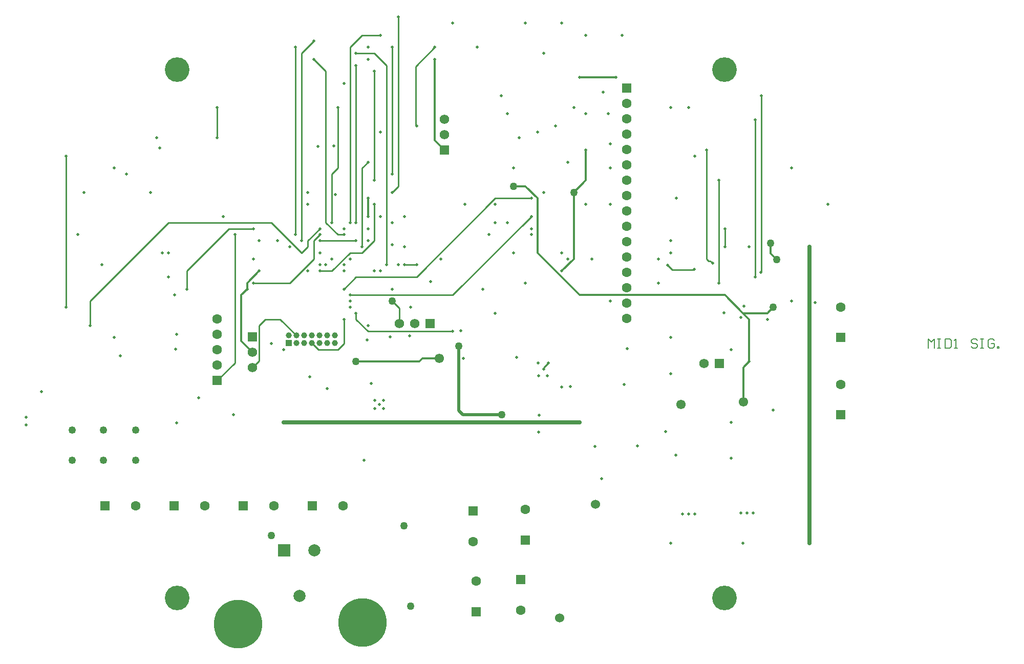
<source format=gbr>
%TF.GenerationSoftware,Altium Limited,Altium Designer,21.0.9 (235)*%
G04 Layer_Physical_Order=3*
G04 Layer_Color=36540*
%FSLAX26Y26*%
%MOIN*%
%TF.SameCoordinates,5BE5EA85-216B-4E4C-B8B6-EAA837D7D1E1*%
%TF.FilePolarity,Positive*%
%TF.FileFunction,Copper,L3,Inr,Signal*%
%TF.Part,Single*%
G01*
G75*
%TA.AperFunction,Conductor*%
%ADD96C,0.010000*%
%ADD98C,0.025000*%
%ADD99C,0.012000*%
%ADD100C,0.020000*%
%TA.AperFunction,NonConductor*%
%ADD105C,0.006000*%
%TA.AperFunction,ComponentPad*%
%ADD106R,0.061811X0.061811*%
%ADD107C,0.061811*%
%ADD108C,0.078740*%
%ADD109R,0.078740X0.078740*%
%ADD110C,0.314961*%
%ADD111C,0.061024*%
%ADD112C,0.049213*%
%ADD113C,0.062992*%
%ADD114R,0.062992X0.062992*%
%TA.AperFunction,ViaPad*%
%ADD115C,0.160000*%
%TA.AperFunction,ComponentPad*%
%ADD116C,0.060000*%
%ADD117R,0.062992X0.062992*%
%ADD118R,0.039370X0.039370*%
%ADD119C,0.039370*%
%ADD120R,0.061811X0.061811*%
%TA.AperFunction,ViaPad*%
%ADD121C,0.020000*%
%ADD122C,0.019685*%
%ADD123C,0.050000*%
D96*
X4960630Y5708661D02*
Y6535433D01*
Y5590551D02*
X5000000Y5629921D01*
Y6732283D01*
X7362205Y5071892D02*
Y6220472D01*
X7360496Y5070184D02*
X7362205Y5071892D01*
X7020989Y5144365D02*
X7028628D01*
X7044623Y5128370D01*
X7047244D01*
X7007874Y5157480D02*
X7020989Y5144365D01*
X6923842Y5087000D02*
X6925000Y5088158D01*
X6784000Y5087000D02*
X6923842D01*
X6754000Y5117000D02*
X6784000Y5087000D01*
X7086614Y5000000D02*
Y5669291D01*
X4921260Y5118110D02*
Y6417323D01*
X4842520Y6496063D02*
X4921260Y6417323D01*
X4724409Y6496063D02*
X4842520D01*
X4606299Y5314961D02*
X4645669D01*
X4527559Y5393701D02*
X4606299Y5314961D01*
X4527559Y5393701D02*
Y6377953D01*
X4448819Y6456693D02*
X4527559Y6377953D01*
X4842520Y5669291D02*
Y6377953D01*
X7125984Y5236221D02*
Y5354331D01*
X2992126Y4724409D02*
Y4881890D01*
X3503937Y5393701D01*
X4173228D01*
X4370079Y5196850D01*
X4409449Y5236221D01*
Y5275591D01*
X4488189Y5354331D01*
X3622047Y4960630D02*
Y5078740D01*
X3897638Y5354331D01*
X4055118D01*
X3937008Y4480787D02*
Y5314961D01*
X3821220Y4365000D02*
X3937008Y4480787D01*
X2834646Y4842520D02*
Y5826772D01*
X7322835Y5039370D02*
Y6062992D01*
X4763779Y5236221D02*
Y5748032D01*
X4803150Y5787402D01*
X4566929Y5393701D02*
Y5708661D01*
X4606299Y5748032D01*
Y6141732D01*
X4448819Y5275591D02*
X4488189Y5314961D01*
X4448819Y5157480D02*
Y5275591D01*
X4291339Y5000000D02*
X4448819Y5157480D01*
X4055118Y5000000D02*
X4291339D01*
X7007874Y5157480D02*
Y5866142D01*
X5039370Y5118110D02*
X5118110D01*
X3818898Y5944882D02*
Y6141732D01*
X4330709Y5314961D02*
Y6535433D01*
X4370079Y5275591D02*
Y6496063D01*
X4448819Y6574803D01*
X4645669Y4960630D02*
X4724409Y5039370D01*
X5118110D01*
X5629921Y5551181D01*
X5866142D01*
X4685039Y4921260D02*
X5354331D01*
X5866142Y5433071D01*
X4488189Y5275591D02*
X4724409D01*
X4488189Y5078740D02*
X4566929D01*
X4685039Y5196850D01*
X4763779D01*
X4842520Y5275591D01*
Y5511811D01*
X4803150Y4685039D02*
X5354331D01*
X4724409Y4763779D02*
X4803150Y4685039D01*
X4724409Y4763779D02*
Y4803150D01*
X5005000Y4735000D02*
Y4837520D01*
X4960630Y4881890D02*
X5005000Y4837520D01*
X4435000Y4610000D02*
X4478071Y4566929D01*
X4606299D01*
X4645669Y4606299D01*
Y4763779D01*
X4685039Y5393701D02*
Y6535433D01*
X4763779Y6614173D01*
X4881890D01*
X4724409Y5393701D02*
Y6417323D01*
X5111741Y6029991D02*
X5118110Y6023622D01*
X5111741Y6029991D02*
Y6410953D01*
X5236221Y6535433D01*
X4231221Y4763779D02*
X4335000Y4660000D01*
X4133858Y4763779D02*
X4231221D01*
X4094488Y4724409D02*
X4133858Y4763779D01*
X4094488Y4494488D02*
Y4724409D01*
X4050000Y4450000D02*
X4094488Y4494488D01*
X5947913Y4449913D02*
X5977000Y4479000D01*
X5947913Y4440913D02*
Y4449913D01*
X5946000Y4439000D02*
X5947913Y4440913D01*
D98*
X7677165Y3307087D02*
Y5236221D01*
X4251968Y4094488D02*
X6181102D01*
D99*
X7424000Y5191647D02*
Y5260000D01*
Y5191647D02*
X7462044Y5153603D01*
X4724409Y4488189D02*
X5135669D01*
X5157480Y4510000D01*
X5265000D01*
X4803150Y5433071D02*
Y5551181D01*
X5236221Y5928779D02*
Y6456693D01*
Y5928779D02*
X5300000Y5865000D01*
X6181102Y6338583D02*
X6417323D01*
X7401575Y4803150D02*
X7440945Y4842520D01*
X7244095Y4803150D02*
X7401575D01*
X4015748Y4960630D02*
Y5000000D01*
X4094488Y5078740D01*
X7283465Y4488189D02*
Y4763779D01*
X7244095Y4803150D02*
X7283465Y4763779D01*
X3976378Y4921260D02*
X4015748Y4960630D01*
X3976378Y4623622D02*
Y4921260D01*
Y4623622D02*
X4050000Y4550000D01*
X7245000Y4449724D02*
X7283465Y4488189D01*
X7245000Y4225000D02*
Y4449724D01*
X7125984Y4921260D02*
X7244095Y4803150D01*
X6181102Y4921260D02*
X7125984D01*
X5905512Y5196850D02*
X6181102Y4921260D01*
X5905512Y5196850D02*
Y5551181D01*
X5826772Y5629921D02*
X5905512Y5551181D01*
X5748032Y5629921D02*
X5826772D01*
X6141732Y5590551D02*
X6220472Y5669291D01*
Y5866142D01*
X6062992Y5078740D02*
X6141732Y5157480D01*
Y5590551D01*
D100*
X5394000Y4170000D02*
Y4589000D01*
Y4170000D02*
X5420000Y4144000D01*
X5672000D01*
X5674000Y4142000D01*
D105*
X8451000Y4576000D02*
Y4635981D01*
X8470994Y4615987D01*
X8490987Y4635981D01*
Y4576000D01*
X8510981Y4635981D02*
X8530974D01*
X8520977D01*
Y4576000D01*
X8510981D01*
X8530974D01*
X8560964Y4635981D02*
Y4576000D01*
X8590955D01*
X8600951Y4585997D01*
Y4625984D01*
X8590955Y4635981D01*
X8560964D01*
X8620945Y4576000D02*
X8640939D01*
X8630942D01*
Y4635981D01*
X8620945Y4625984D01*
X8770897D02*
X8760900Y4635981D01*
X8740906D01*
X8730909Y4625984D01*
Y4615987D01*
X8740906Y4605990D01*
X8760900D01*
X8770897Y4595993D01*
Y4585997D01*
X8760900Y4576000D01*
X8740906D01*
X8730909Y4585997D01*
X8790890Y4635981D02*
X8810883D01*
X8800887D01*
Y4576000D01*
X8790890D01*
X8810883D01*
X8880861Y4625984D02*
X8870864Y4635981D01*
X8850871D01*
X8840874Y4625984D01*
Y4585997D01*
X8850871Y4576000D01*
X8870864D01*
X8880861Y4585997D01*
Y4605990D01*
X8860867D01*
X8900854Y4576000D02*
Y4585997D01*
X8910851D01*
Y4576000D01*
X8900854D01*
D106*
X7090000Y4475000D02*
D03*
X5205000Y4735000D02*
D03*
D107*
X6990000Y4475000D02*
D03*
X5105000Y4735000D02*
D03*
X5005000D02*
D03*
X5300000Y5965000D02*
D03*
Y6065000D02*
D03*
X4050000Y4550000D02*
D03*
Y4450000D02*
D03*
D108*
X4453425Y3258425D02*
D03*
X4355000Y2963150D02*
D03*
D109*
X4256575Y3258425D02*
D03*
D110*
X3955000Y2780000D02*
D03*
X4765000Y2790000D02*
D03*
D111*
X6840000Y4210000D02*
D03*
X7245000Y4225000D02*
D03*
X5265000Y4510000D02*
D03*
D112*
X3290000Y3845000D02*
D03*
Y4041850D02*
D03*
X3080000Y3846575D02*
D03*
Y4043425D02*
D03*
X2875000Y3846575D02*
D03*
Y4043425D02*
D03*
D113*
X3740000Y3550000D02*
D03*
X3290000D02*
D03*
X4190000D02*
D03*
X3821220Y4765000D02*
D03*
Y4665000D02*
D03*
Y4465000D02*
D03*
Y4565000D02*
D03*
X5795000Y2870000D02*
D03*
X5825000Y3525000D02*
D03*
X5505000Y3060000D02*
D03*
X5485000Y3315000D02*
D03*
X4640000Y3550000D02*
D03*
X6485000Y4770000D02*
D03*
Y4870000D02*
D03*
Y5170000D02*
D03*
Y5270000D02*
D03*
Y5370000D02*
D03*
Y5570000D02*
D03*
Y5670000D02*
D03*
Y5870000D02*
D03*
Y6070000D02*
D03*
Y6170000D02*
D03*
Y5970000D02*
D03*
Y5770000D02*
D03*
Y5470000D02*
D03*
Y5070000D02*
D03*
Y4970000D02*
D03*
X7880000Y4340000D02*
D03*
Y4843425D02*
D03*
D114*
X3540000Y3550000D02*
D03*
X3090000D02*
D03*
X3990000D02*
D03*
X3821220Y4365000D02*
D03*
X4440000Y3550000D02*
D03*
X6485000Y6270000D02*
D03*
X7880000Y4143150D02*
D03*
Y4646575D02*
D03*
D115*
X7123627Y2950592D02*
D03*
X3561127D02*
D03*
Y6388092D02*
D03*
X7123627D02*
D03*
D116*
X6050000Y2820000D02*
D03*
X6282283Y3560157D02*
D03*
D117*
X5795000Y3070000D02*
D03*
X5825000Y3325000D02*
D03*
X5505000Y2860000D02*
D03*
X5485000Y3515000D02*
D03*
D118*
X4285000Y4610000D02*
D03*
D119*
Y4660000D02*
D03*
X4335000Y4610000D02*
D03*
Y4660000D02*
D03*
X4385000Y4610000D02*
D03*
Y4660000D02*
D03*
X4435000Y4610000D02*
D03*
Y4660000D02*
D03*
X4485000Y4610000D02*
D03*
Y4660000D02*
D03*
X4535000Y4610000D02*
D03*
Y4660000D02*
D03*
X4585000Y4610000D02*
D03*
Y4660000D02*
D03*
D120*
X5300000Y5865000D02*
D03*
X4050000Y4650000D02*
D03*
D121*
X7714000Y4874000D02*
D03*
X4823000Y4346000D02*
D03*
X6365000Y6102000D02*
D03*
X6333000Y6244000D02*
D03*
X5073000Y4655000D02*
D03*
X4947000Y4648000D02*
D03*
X5208000Y5010000D02*
D03*
X3548000Y4570000D02*
D03*
X3556000Y4667000D02*
D03*
X3445000Y5881000D02*
D03*
X2575000Y4075000D02*
D03*
Y4125000D02*
D03*
X6925000Y5088158D02*
D03*
X7249000Y4848000D02*
D03*
X7118000Y4807000D02*
D03*
X6754000Y5117000D02*
D03*
X4958000Y5248000D02*
D03*
X5946000Y4439000D02*
D03*
X5977000Y4479000D02*
D03*
X5911000Y4478000D02*
D03*
X5912000Y4397000D02*
D03*
X5970000D02*
D03*
X6807000Y3880000D02*
D03*
X6741000Y4033000D02*
D03*
X6323000Y3727000D02*
D03*
X4590000Y5576000D02*
D03*
X4475000Y5890000D02*
D03*
X4579000Y5894000D02*
D03*
X6064000Y4324000D02*
D03*
X6118000Y4325000D02*
D03*
X5422000Y4510000D02*
D03*
X5407000Y4691000D02*
D03*
X6278000Y3936000D02*
D03*
X6556000Y3938000D02*
D03*
X6488000Y4572000D02*
D03*
X5769000Y4516000D02*
D03*
X5914000Y4029000D02*
D03*
X5915000Y4141000D02*
D03*
X6468000Y4338000D02*
D03*
X4535000Y4314000D02*
D03*
X4423000Y4389000D02*
D03*
X4795000Y4631000D02*
D03*
X3925000Y4143000D02*
D03*
X3557000Y4091000D02*
D03*
X3700000Y4253000D02*
D03*
X4777000Y3847000D02*
D03*
D122*
X4960630Y5708661D02*
D03*
Y5590551D02*
D03*
X7360496Y5070184D02*
D03*
X7283465Y5236221D02*
D03*
X7047244Y5128370D02*
D03*
X7230000Y4776000D02*
D03*
X6062992Y5195378D02*
D03*
X5748032D02*
D03*
X6259842Y5157480D02*
D03*
X5039370Y5236221D02*
D03*
X7086614Y5000000D02*
D03*
X6692913D02*
D03*
X6771654Y5196850D02*
D03*
X6692913Y5157480D02*
D03*
X4724409Y6496063D02*
D03*
X4921260Y5118110D02*
D03*
X4448819Y6456693D02*
D03*
X4645669Y5314961D02*
D03*
X5944882Y6496063D02*
D03*
X4842520Y6377953D02*
D03*
Y5669291D02*
D03*
X5000000Y6732283D02*
D03*
X7125984Y5354331D02*
D03*
Y5236221D02*
D03*
X4488189Y5354331D02*
D03*
X2992126Y4724409D02*
D03*
X3543307Y4921260D02*
D03*
X4566929Y5157480D02*
D03*
X3503937Y5196850D02*
D03*
X4488189D02*
D03*
X4055118Y5354331D02*
D03*
X3622047Y4960630D02*
D03*
X3937008Y5314961D02*
D03*
X3188976Y4527559D02*
D03*
X4527559Y5118110D02*
D03*
X3503937Y5039370D02*
D03*
X3070866Y5118110D02*
D03*
X5629921Y4803150D02*
D03*
X4842520Y5078740D02*
D03*
X3149606Y4645669D02*
D03*
X2834646Y4842520D02*
D03*
Y5826772D02*
D03*
X5669291Y6220472D02*
D03*
X5708661Y6102362D02*
D03*
X3149606Y5748032D02*
D03*
X7322835Y6062992D02*
D03*
Y5039370D02*
D03*
X7362205Y6220472D02*
D03*
X4803150Y5787402D02*
D03*
X4763779Y5236221D02*
D03*
X4606299Y6141732D02*
D03*
X4566929Y5393701D02*
D03*
X4055118Y5000000D02*
D03*
X4488189Y5314961D02*
D03*
X7559055Y4881890D02*
D03*
X7007874Y5866142D02*
D03*
X6220472Y5511811D02*
D03*
X6102362Y5157480D02*
D03*
X5944882Y5590551D02*
D03*
X4212598Y5275591D02*
D03*
X5866142Y5314961D02*
D03*
X6220472Y6102362D02*
D03*
X5118110Y5118110D02*
D03*
X5039370D02*
D03*
X6889764Y6141732D02*
D03*
X6771654D02*
D03*
X3818898Y5944882D02*
D03*
Y6141732D02*
D03*
X4330709Y5314961D02*
D03*
Y6535433D02*
D03*
X4448819Y6574803D02*
D03*
X4370079Y5275591D02*
D03*
X5866142Y5551181D02*
D03*
X4645669Y4960630D02*
D03*
X5629921Y5511811D02*
D03*
X4645669Y5078740D02*
D03*
X5590551Y5314961D02*
D03*
X4645669Y5118110D02*
D03*
X5866142Y5433071D02*
D03*
X4685039Y4921260D02*
D03*
X5866142Y5354331D02*
D03*
X4803150D02*
D03*
X5039370Y5433071D02*
D03*
X5708661Y5393701D02*
D03*
X5629921D02*
D03*
X4960630D02*
D03*
X4488189Y5275591D02*
D03*
X4724409D02*
D03*
X4842520Y5511811D02*
D03*
X4488189Y5078740D02*
D03*
X4724409Y4803150D02*
D03*
X5354331Y4685039D02*
D03*
X5275591Y5157480D02*
D03*
X4685039D02*
D03*
Y4881890D02*
D03*
X5078740Y4842520D02*
D03*
X4803150Y5275591D02*
D03*
X7401575Y4763779D02*
D03*
X4645669D02*
D03*
X4173228Y4606299D02*
D03*
X4251968Y4566929D02*
D03*
X4685039Y4842520D02*
D03*
X4881890Y5078740D02*
D03*
Y6614173D02*
D03*
X4685039Y5393701D02*
D03*
X4724409Y6417323D02*
D03*
Y5393701D02*
D03*
X4960630Y6535433D02*
D03*
X5236221D02*
D03*
X5118110Y6023622D02*
D03*
X2677165Y4291339D02*
D03*
X4291339Y5236221D02*
D03*
X7086614Y5669291D02*
D03*
X6181102Y6338583D02*
D03*
X4094488Y5078740D02*
D03*
X4803150Y5551181D02*
D03*
X4409449Y5511811D02*
D03*
Y5078740D02*
D03*
X4015748Y4960630D02*
D03*
X4803150Y5433071D02*
D03*
X5787402Y5944882D02*
D03*
X5236221Y6456693D02*
D03*
X6417323Y6338583D02*
D03*
X7283465Y4488189D02*
D03*
X6023622Y6023622D02*
D03*
X6220472Y5866142D02*
D03*
X6062992Y5078740D02*
D03*
X7677165Y5236221D02*
D03*
Y3307087D02*
D03*
X4803150Y4724409D02*
D03*
X5000000Y5118110D02*
D03*
X4251968Y4094488D02*
D03*
X6181102D02*
D03*
X5748032Y5748032D02*
D03*
X3425197Y5944882D02*
D03*
X4881890Y5433071D02*
D03*
X4488189Y5118110D02*
D03*
X4645669Y5354331D02*
D03*
X4409449Y5590551D02*
D03*
X3385827D02*
D03*
X2952756D02*
D03*
X2913386Y5314961D02*
D03*
X3464567Y5196850D02*
D03*
X6102362Y5787402D02*
D03*
X6141732Y6141732D02*
D03*
X3858268Y5433071D02*
D03*
X5905512Y5984252D02*
D03*
X5354331Y6692913D02*
D03*
X6929134Y5826772D02*
D03*
X7559055Y5748032D02*
D03*
X5826772Y5000000D02*
D03*
X4803150Y6456693D02*
D03*
X7244095Y3307087D02*
D03*
X7165354Y4566929D02*
D03*
X5826772Y6692913D02*
D03*
X4803150Y6535433D02*
D03*
X6771654Y4645669D02*
D03*
X4094488Y5275591D02*
D03*
X7165354Y3858268D02*
D03*
X6377953Y5511811D02*
D03*
X4055118Y5157480D02*
D03*
X6811024Y5551181D02*
D03*
X6377953Y5748032D02*
D03*
X6771654Y3307087D02*
D03*
X4960630Y4960630D02*
D03*
X5433071Y5511811D02*
D03*
X6377953Y5905512D02*
D03*
X7795276Y5511811D02*
D03*
X7440945Y4173228D02*
D03*
X6771654Y5275591D02*
D03*
X4881890Y5984252D02*
D03*
X6062992Y6692913D02*
D03*
X4645669Y6299213D02*
D03*
X7165354Y4094488D02*
D03*
X6771654Y4409449D02*
D03*
X3228347Y5708661D02*
D03*
X6456693Y6614173D02*
D03*
X6377953Y4881890D02*
D03*
X6220472Y6614173D02*
D03*
X5511811Y6535433D02*
D03*
X5551181Y4960630D02*
D03*
X4875000Y4210000D02*
D03*
X4904134Y4237165D02*
D03*
Y4182835D02*
D03*
X4845866Y4237165D02*
D03*
Y4182835D02*
D03*
X6930551Y3495000D02*
D03*
X6890000D02*
D03*
X6849449D02*
D03*
X7310551Y3503150D02*
D03*
X7270000D02*
D03*
X7229449D02*
D03*
D123*
X7424000Y5260000D02*
D03*
X7462044Y5153603D02*
D03*
X4724409Y4488189D02*
D03*
X4172000Y3355000D02*
D03*
X4960630Y4881890D02*
D03*
X5748032Y5629921D02*
D03*
X7440945Y4842520D02*
D03*
X6141732Y5590551D02*
D03*
X5035000Y3420000D02*
D03*
X5079000Y2897000D02*
D03*
X5674000Y4142000D02*
D03*
X5394000Y4589000D02*
D03*
%TF.MD5,c4d10a6fae9982ecf26397c9be0e406b*%
M02*

</source>
